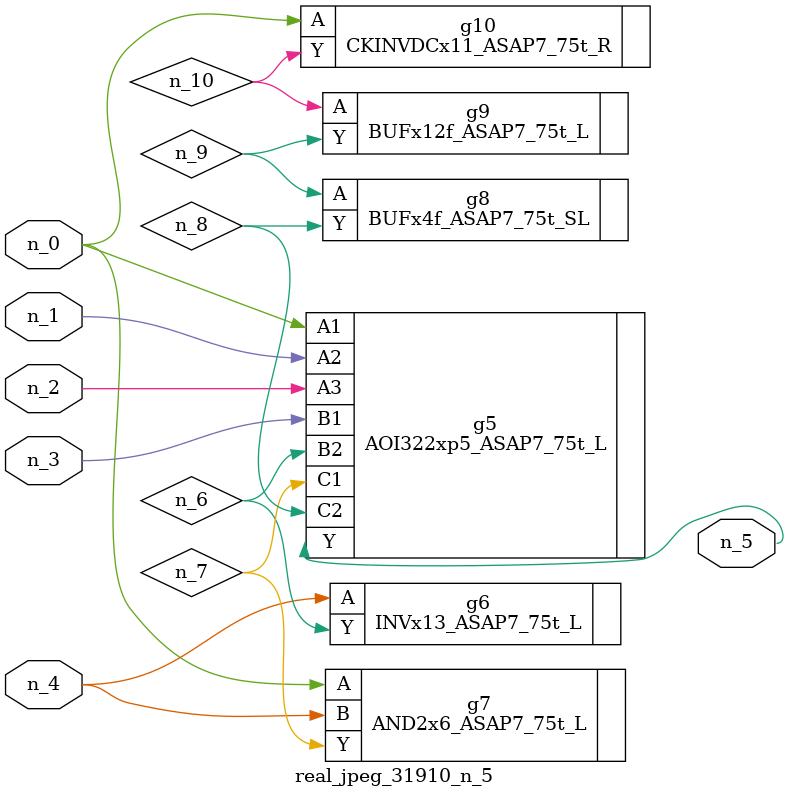
<source format=v>
module real_jpeg_31910_n_5 (n_4, n_0, n_1, n_2, n_3, n_5);

input n_4;
input n_0;
input n_1;
input n_2;
input n_3;

output n_5;

wire n_8;
wire n_6;
wire n_7;
wire n_10;
wire n_9;

AOI322xp5_ASAP7_75t_L g5 ( 
.A1(n_0),
.A2(n_1),
.A3(n_2),
.B1(n_3),
.B2(n_6),
.C1(n_7),
.C2(n_8),
.Y(n_5)
);

AND2x6_ASAP7_75t_L g7 ( 
.A(n_0),
.B(n_4),
.Y(n_7)
);

CKINVDCx11_ASAP7_75t_R g10 ( 
.A(n_0),
.Y(n_10)
);

INVx13_ASAP7_75t_L g6 ( 
.A(n_4),
.Y(n_6)
);

BUFx4f_ASAP7_75t_SL g8 ( 
.A(n_9),
.Y(n_8)
);

BUFx12f_ASAP7_75t_L g9 ( 
.A(n_10),
.Y(n_9)
);


endmodule
</source>
